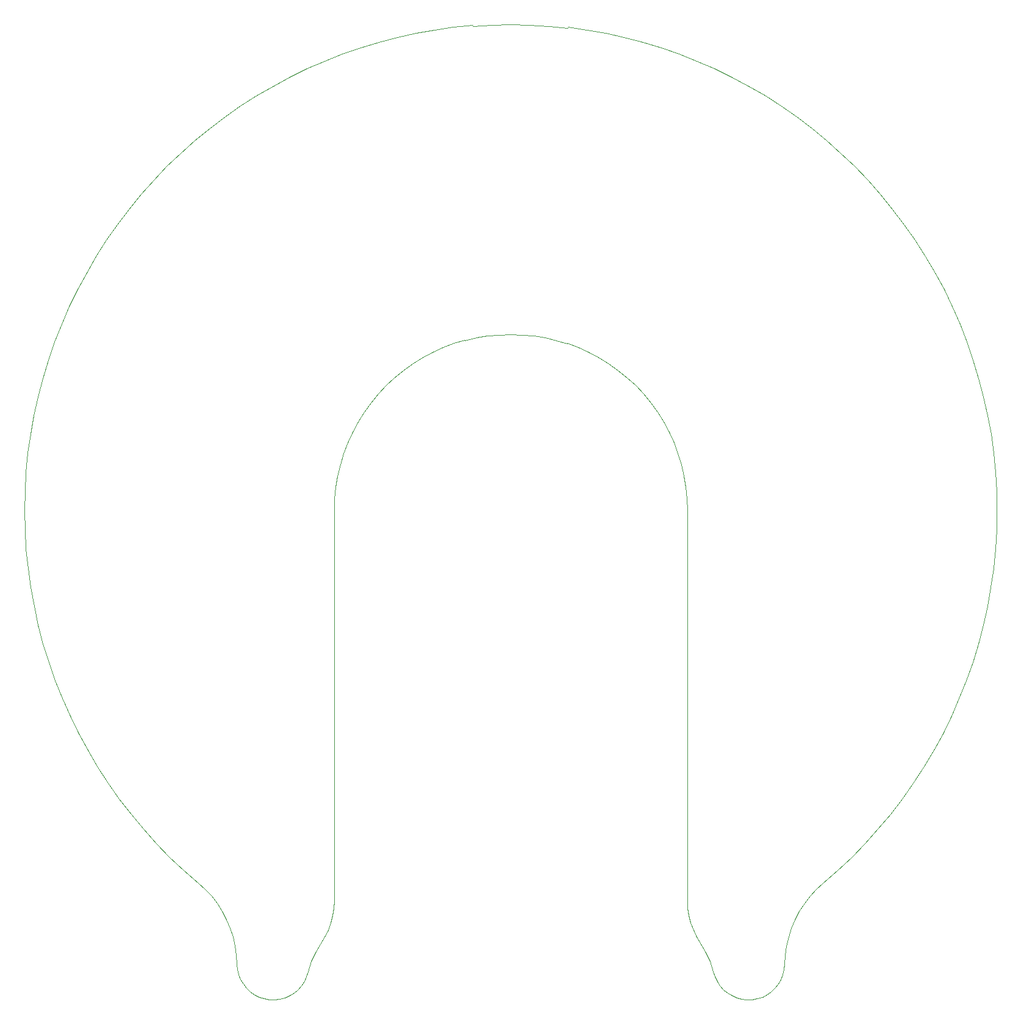
<source format=gko>
G04*
G04 #@! TF.GenerationSoftware,Altium Limited,Altium Designer,22.7.1 (60)*
G04*
G04 Layer_Color=16711935*
%FSLAX43Y43*%
%MOMM*%
G71*
G04*
G04 #@! TF.SameCoordinates,6C714445-BF0D-44DC-86B3-87104CAD25D8*
G04*
G04*
G04 #@! TF.FilePolarity,Positive*
G04*
G01*
G75*
%ADD79C,0.010*%
D79*
X57500Y7845D02*
Y62000D01*
Y7845D02*
X57555Y6800D01*
X57719Y5766D01*
X57989Y4755D01*
X58365Y3778D01*
X58840Y2845D01*
X60034Y777D01*
X60684Y-573D01*
X61125Y-2006D01*
X61336Y-2699D01*
X61646Y-3354D01*
X62047Y-3958D01*
X62531Y-4497D01*
X63088Y-4961D01*
X63706Y-5339D01*
X64372Y-5624D01*
X65073Y-5810D01*
X65793Y-5892D01*
X66517Y-5870D01*
X67230Y-5743D01*
X67918Y-5514D01*
X68566Y-5188D01*
X69159Y-4772D01*
X69686Y-4275D01*
X70136Y-3707D01*
X70499Y-3079D01*
X70767Y-2406D01*
X70935Y-1701D01*
X70999Y-979D01*
X71075Y303D01*
X71261Y1575D01*
X71555Y2825D01*
X71954Y4046D01*
X72457Y5228D01*
X73059Y6363D01*
X73756Y7443D01*
X74542Y8458D01*
X75413Y9403D01*
X76361Y10270D01*
X78380Y12031D01*
X80327Y13871D01*
X82199Y15787D01*
X83994Y17775D01*
X85709Y19834D01*
X87341Y21958D01*
X88887Y24146D01*
X90345Y26393D01*
X91712Y28697D01*
X92988Y31053D01*
X94168Y33457D01*
X95253Y35907D01*
X96239Y38398D01*
X97126Y40926D01*
X97912Y43487D01*
X98595Y46077D01*
X99175Y48692D01*
X99651Y51329D01*
X100022Y53982D01*
X100287Y56647D01*
X100447Y59322D01*
X100500Y62000D01*
X100448Y64650D02*
X100500Y62000D01*
X100292Y67296D02*
X100448Y64650D01*
X100032Y69934D02*
X100292Y67296D01*
X99669Y72559D02*
X100032Y69934D01*
X99203Y75169D02*
X99669Y72559D01*
X98635Y77758D02*
X99203Y75169D01*
X97966Y80322D02*
X98635Y77758D01*
X97196Y82859D02*
X97966Y80322D01*
X96328Y85363D02*
X97196Y82859D01*
X95362Y87831D02*
X96328Y85363D01*
X94300Y90260D02*
X95362Y87831D01*
X93143Y92644D02*
X94300Y90260D01*
X91894Y94982D02*
X93143Y92644D01*
X90553Y97269D02*
X91894Y94982D01*
X89124Y99501D02*
X90553Y97269D01*
X87609Y101675D02*
X89124Y99501D01*
X86009Y103789D02*
X87609Y101675D01*
X84327Y105838D02*
X86009Y103789D01*
X82567Y107819D02*
X84327Y105838D01*
X80730Y109730D02*
X82567Y107819D01*
X78819Y111567D02*
X80730Y109730D01*
X76838Y113327D02*
X78819Y111567D01*
X74789Y115009D02*
X76838Y113327D01*
X72675Y116609D02*
X74789Y115009D01*
X70501Y118124D02*
X72675Y116609D01*
X68269Y119553D02*
X70501Y118124D01*
X65982Y120893D02*
X68269Y119553D01*
X63644Y122143D02*
X65982Y120893D01*
X61260Y123300D02*
X63644Y122143D01*
X58831Y124362D02*
X61260Y123300D01*
X56363Y125328D02*
X58831Y124362D01*
X53859Y126196D02*
X56363Y125328D01*
X51322Y126966D02*
X53859Y126196D01*
X48758Y127635D02*
X51322Y126966D01*
X46169Y128203D02*
X48758Y127635D01*
X43559Y128669D02*
X46169Y128203D01*
X40934Y129032D02*
X43559Y128669D01*
X38296Y129192D02*
X40934Y128932D01*
X35650Y129348D02*
X38296Y129192D01*
X33000Y129400D02*
X35650Y129348D01*
X30350D02*
X33000Y129400D01*
X27704Y129192D02*
X30350Y129348D01*
X25066Y129032D02*
X27704Y129292D01*
X22441Y128669D02*
X25066Y129032D01*
X19831Y128203D02*
X22441Y128669D01*
X17242Y127635D02*
X19831Y128203D01*
X14678Y126966D02*
X17242Y127635D01*
X12141Y126196D02*
X14678Y126966D01*
X9637Y125328D02*
X12141Y126196D01*
X7169Y124362D02*
X9637Y125328D01*
X4740Y123300D02*
X7169Y124362D01*
X2356Y122143D02*
X4740Y123300D01*
X18Y120893D02*
X2356Y122143D01*
X-2269Y119553D02*
X18Y120893D01*
X-4501Y118124D02*
X-2269Y119553D01*
X-6675Y116609D02*
X-4501Y118124D01*
X-8789Y115009D02*
X-6675Y116609D01*
X-10838Y113327D02*
X-8789Y115009D01*
X-12819Y111567D02*
X-10838Y113327D01*
X-14730Y109730D02*
X-12819Y111567D01*
X-16567Y107819D02*
X-14730Y109730D01*
X-18327Y105838D02*
X-16567Y107819D01*
X-20009Y103789D02*
X-18327Y105838D01*
X-21609Y101675D02*
X-20009Y103789D01*
X-23124Y99501D02*
X-21609Y101675D01*
X-24553Y97269D02*
X-23124Y99501D01*
X-25893Y94982D02*
X-24553Y97269D01*
X-27143Y92644D02*
X-25893Y94982D01*
X-28300Y90260D02*
X-27143Y92644D01*
X-29362Y87831D02*
X-28300Y90260D01*
X-30328Y85363D02*
X-29362Y87831D01*
X-31196Y82859D02*
X-30328Y85363D01*
X-31966Y80322D02*
X-31196Y82859D01*
X-32635Y77758D02*
X-31966Y80322D01*
X-33203Y75169D02*
X-32635Y77758D01*
X-33669Y72559D02*
X-33203Y75169D01*
X-34032Y69934D02*
X-33669Y72559D01*
X-34292Y67296D02*
X-34032Y69934D01*
X-34448Y64650D02*
X-34292Y67296D01*
X-34500Y62000D02*
X-34448Y64650D01*
X-34500Y62000D02*
X-34447Y59322D01*
X-34287Y56647D01*
X-34022Y53982D01*
X-33651Y51329D01*
X-33175Y48692D01*
X-32595Y46077D01*
X-31912Y43487D01*
X-31126Y40926D01*
X-30239Y38398D01*
X-29253Y35907D01*
X-28168Y33457D01*
X-26988Y31053D01*
X-25712Y28697D01*
X-24345Y26393D01*
X-22887Y24146D01*
X-21341Y21958D01*
X-19709Y19834D01*
X-17994Y17775D01*
X-16199Y15787D01*
X-14327Y13871D01*
X-12380Y12031D01*
X-10361Y10270D01*
X-9413Y9403D01*
X-8542Y8458D01*
X-7756Y7443D01*
X-7059Y6363D01*
X-6457Y5228D01*
X-5954Y4046D01*
X-5555Y2825D01*
X-5261Y1575D01*
X-5075Y303D01*
X-4999Y-979D01*
X-4935Y-1701D01*
X-4767Y-2406D01*
X-4499Y-3079D01*
X-4136Y-3707D01*
X-3686Y-4275D01*
X-3159Y-4772D01*
X-2566Y-5188D01*
X-1918Y-5514D01*
X-1230Y-5743D01*
X-517Y-5870D01*
X207Y-5892D01*
X927Y-5810D01*
X1628Y-5624D01*
X2294Y-5339D01*
X2913Y-4961D01*
X3469Y-4497D01*
X3954Y-3958D01*
X4354Y-3354D01*
X4664Y-2699D01*
X4876Y-2006D01*
X5316Y-573D01*
X5966Y777D01*
X7160Y2845D01*
X7635Y3778D01*
X8011Y4755D01*
X8281Y5766D01*
X8445Y6800D01*
X8500Y7845D01*
Y62000D01*
X8552Y63602D01*
X8710Y65198D01*
X8971Y66780D01*
X9335Y68341D01*
X9800Y69875D01*
X10365Y71376D01*
X11027Y72836D01*
X11782Y74250D01*
X12629Y75611D01*
X13563Y76915D01*
X14580Y78154D01*
X15676Y79324D01*
X16846Y80420D01*
X18085Y81437D01*
X19389Y82371D01*
X20750Y83218D01*
X22164Y83973D01*
X23624Y84635D01*
X25125Y85200D01*
X26659Y85665D01*
Y85565D02*
X28220Y85929D01*
X29802Y86190D01*
X31398Y86348D01*
X33000Y86400D01*
X34602Y86348D01*
X36198Y86190D01*
X37780Y85929D01*
X39341Y85565D01*
X40875Y85100D01*
Y85200D02*
X42376Y84635D01*
X43836Y83973D01*
X45250Y83218D01*
X46611Y82371D01*
X47915Y81437D01*
X49154Y80420D01*
X50324Y79324D01*
X51420Y78154D01*
X52437Y76915D01*
X53371Y75611D01*
X54218Y74250D01*
X54973Y72836D01*
X55635Y71376D01*
X56200Y69875D01*
X56665Y68341D01*
X57029Y66780D01*
X57290Y65198D01*
X57448Y63602D01*
X57500Y62000D01*
M02*

</source>
